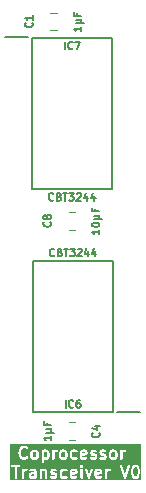
<source format=gto>
%TF.GenerationSoftware,KiCad,Pcbnew,9.0.2*%
%TF.CreationDate,2025-06-17T18:59:47+02:00*%
%TF.ProjectId,Coprocessor Transceiver,436f7072-6f63-4657-9373-6f7220547261,V0*%
%TF.SameCoordinates,Original*%
%TF.FileFunction,Legend,Top*%
%TF.FilePolarity,Positive*%
%FSLAX46Y46*%
G04 Gerber Fmt 4.6, Leading zero omitted, Abs format (unit mm)*
G04 Created by KiCad (PCBNEW 9.0.2) date 2025-06-17 18:59:47*
%MOMM*%
%LPD*%
G01*
G04 APERTURE LIST*
%ADD10C,0.200000*%
%ADD11C,0.150000*%
%ADD12C,0.120000*%
G04 APERTURE END LIST*
D10*
G36*
X4448618Y-38111796D02*
G01*
X4429773Y-38121219D01*
X4238892Y-38121219D01*
X4194582Y-38099064D01*
X4172428Y-38054754D01*
X4172428Y-38006730D01*
X4194583Y-37962420D01*
X4238892Y-37940266D01*
X4448618Y-37940266D01*
X4448618Y-38111796D01*
G37*
G36*
X7902654Y-37676707D02*
G01*
X7920104Y-37711607D01*
X7648619Y-37765904D01*
X7648619Y-37721016D01*
X7670774Y-37676706D01*
X7715083Y-37654552D01*
X7858345Y-37654552D01*
X7902654Y-37676707D01*
G37*
G36*
X9997892Y-37676707D02*
G01*
X10015342Y-37711607D01*
X9743857Y-37765904D01*
X9743857Y-37721016D01*
X9766012Y-37676706D01*
X9810321Y-37654552D01*
X9953583Y-37654552D01*
X9997892Y-37676707D01*
G37*
G36*
X13108431Y-37351024D02*
G01*
X13133100Y-37375692D01*
X13168553Y-37446599D01*
X13210524Y-37614480D01*
X13210524Y-37827956D01*
X13168553Y-37995837D01*
X13133100Y-38066743D01*
X13108431Y-38091413D01*
X13048822Y-38121219D01*
X13000798Y-38121219D01*
X12941188Y-38091414D01*
X12916521Y-38066746D01*
X12881066Y-37995837D01*
X12839096Y-37827956D01*
X12839096Y-37614481D01*
X12881066Y-37446599D01*
X12916520Y-37375692D01*
X12941188Y-37351023D01*
X13000798Y-37321219D01*
X13048822Y-37321219D01*
X13108431Y-37351024D01*
G37*
G36*
X5489382Y-36074413D02*
G01*
X5514051Y-36099081D01*
X5543856Y-36158691D01*
X5543856Y-36397191D01*
X5514051Y-36456799D01*
X5489382Y-36481469D01*
X5429773Y-36511275D01*
X5286511Y-36511275D01*
X5267666Y-36501852D01*
X5267666Y-36054030D01*
X5286511Y-36044608D01*
X5429773Y-36044608D01*
X5489382Y-36074413D01*
G37*
G36*
X4584620Y-36074413D02*
G01*
X4609289Y-36099081D01*
X4639094Y-36158691D01*
X4639094Y-36397191D01*
X4609289Y-36456799D01*
X4584620Y-36481469D01*
X4525011Y-36511275D01*
X4429368Y-36511275D01*
X4369758Y-36481470D01*
X4345091Y-36456802D01*
X4315285Y-36397190D01*
X4315285Y-36158691D01*
X4345090Y-36099081D01*
X4369758Y-36074412D01*
X4429368Y-36044608D01*
X4525011Y-36044608D01*
X4584620Y-36074413D01*
G37*
G36*
X7013192Y-36074413D02*
G01*
X7037861Y-36099081D01*
X7067666Y-36158691D01*
X7067666Y-36397191D01*
X7037861Y-36456799D01*
X7013192Y-36481469D01*
X6953583Y-36511275D01*
X6857940Y-36511275D01*
X6798330Y-36481470D01*
X6773663Y-36456802D01*
X6743857Y-36397190D01*
X6743857Y-36158691D01*
X6773662Y-36099081D01*
X6798330Y-36074412D01*
X6857940Y-36044608D01*
X6953583Y-36044608D01*
X7013192Y-36074413D01*
G37*
G36*
X8759797Y-36066763D02*
G01*
X8777247Y-36101663D01*
X8505762Y-36155960D01*
X8505762Y-36111072D01*
X8527917Y-36066762D01*
X8572226Y-36044608D01*
X8715488Y-36044608D01*
X8759797Y-36066763D01*
G37*
G36*
X11251288Y-36074413D02*
G01*
X11275957Y-36099081D01*
X11305762Y-36158691D01*
X11305762Y-36397191D01*
X11275957Y-36456799D01*
X11251288Y-36481469D01*
X11191679Y-36511275D01*
X11096036Y-36511275D01*
X11036426Y-36481470D01*
X11011759Y-36456802D01*
X10981953Y-36397190D01*
X10981953Y-36158691D01*
X11011758Y-36099081D01*
X11036426Y-36074412D01*
X11096036Y-36044608D01*
X11191679Y-36044608D01*
X11251288Y-36074413D01*
G37*
G36*
X13521635Y-38432330D02*
G01*
X2387047Y-38432330D01*
X2387047Y-37201710D01*
X2498158Y-37201710D01*
X2498158Y-37240728D01*
X2513090Y-37276776D01*
X2540680Y-37304366D01*
X2576728Y-37319298D01*
X2596237Y-37321219D01*
X2781951Y-37321219D01*
X2781951Y-38221219D01*
X2783872Y-38240728D01*
X2798804Y-38276776D01*
X2826394Y-38304366D01*
X2862442Y-38319298D01*
X2901460Y-38319298D01*
X2937508Y-38304366D01*
X2965098Y-38276776D01*
X2980030Y-38240728D01*
X2981951Y-38221219D01*
X2981951Y-37554552D01*
X3400999Y-37554552D01*
X3400999Y-38221219D01*
X3402920Y-38240728D01*
X3417852Y-38276776D01*
X3445442Y-38304366D01*
X3481490Y-38319298D01*
X3520508Y-38319298D01*
X3556556Y-38304366D01*
X3584146Y-38276776D01*
X3599078Y-38240728D01*
X3600999Y-38221219D01*
X3600999Y-37983123D01*
X3972428Y-37983123D01*
X3972428Y-38078361D01*
X3974349Y-38097870D01*
X3975724Y-38101190D01*
X3975979Y-38104773D01*
X3982985Y-38123082D01*
X4030604Y-38218321D01*
X4032657Y-38221584D01*
X4033171Y-38223123D01*
X4034833Y-38225039D01*
X4041047Y-38234911D01*
X4050518Y-38243125D01*
X4058735Y-38252600D01*
X4068605Y-38258812D01*
X4070523Y-38260476D01*
X4072063Y-38260989D01*
X4075326Y-38263043D01*
X4170563Y-38310662D01*
X4188872Y-38317668D01*
X4192455Y-38317922D01*
X4195776Y-38319298D01*
X4215285Y-38321219D01*
X4453380Y-38321219D01*
X4472889Y-38319298D01*
X4476209Y-38317922D01*
X4479793Y-38317668D01*
X4498101Y-38310662D01*
X4502704Y-38308360D01*
X4529109Y-38319298D01*
X4568127Y-38319298D01*
X4604175Y-38304366D01*
X4631765Y-38276776D01*
X4646697Y-38240728D01*
X4648618Y-38221219D01*
X4648618Y-37697409D01*
X4646697Y-37677900D01*
X4645321Y-37674579D01*
X4645067Y-37670996D01*
X4638061Y-37652687D01*
X4590442Y-37557450D01*
X4588617Y-37554552D01*
X4924809Y-37554552D01*
X4924809Y-38221219D01*
X4926730Y-38240728D01*
X4941662Y-38276776D01*
X4969252Y-38304366D01*
X5005300Y-38319298D01*
X5044318Y-38319298D01*
X5080366Y-38304366D01*
X5107956Y-38276776D01*
X5122888Y-38240728D01*
X5124809Y-38221219D01*
X5124809Y-37691211D01*
X5131663Y-37684356D01*
X5191273Y-37654552D01*
X5286916Y-37654552D01*
X5331225Y-37676707D01*
X5353380Y-37721016D01*
X5353380Y-38221219D01*
X5355301Y-38240728D01*
X5370233Y-38276776D01*
X5397823Y-38304366D01*
X5433871Y-38319298D01*
X5472889Y-38319298D01*
X5508937Y-38304366D01*
X5536527Y-38276776D01*
X5551459Y-38240728D01*
X5553380Y-38221219D01*
X5553380Y-37697409D01*
X5781952Y-37697409D01*
X5781952Y-37745028D01*
X5783873Y-37764537D01*
X5785248Y-37767857D01*
X5785503Y-37771441D01*
X5792509Y-37789749D01*
X5840128Y-37884987D01*
X5842181Y-37888250D01*
X5842695Y-37889789D01*
X5844357Y-37891705D01*
X5850571Y-37901577D01*
X5860041Y-37909790D01*
X5868259Y-37919266D01*
X5878132Y-37925480D01*
X5880048Y-37927142D01*
X5881586Y-37927654D01*
X5884850Y-37929709D01*
X5980087Y-37977328D01*
X5998396Y-37984334D01*
X6001979Y-37984588D01*
X6005300Y-37985964D01*
X6024809Y-37987885D01*
X6144059Y-37987885D01*
X6188368Y-38010040D01*
X6210523Y-38054349D01*
X6210523Y-38054754D01*
X6188368Y-38099063D01*
X6144059Y-38121219D01*
X6000797Y-38121219D01*
X5926673Y-38084157D01*
X5908365Y-38077151D01*
X5869445Y-38074385D01*
X5832429Y-38086724D01*
X5802952Y-38112288D01*
X5785503Y-38147187D01*
X5782737Y-38186107D01*
X5795076Y-38223123D01*
X5820640Y-38252600D01*
X5837231Y-38263043D01*
X5932468Y-38310662D01*
X5950777Y-38317668D01*
X5954360Y-38317922D01*
X5957681Y-38319298D01*
X5977190Y-38321219D01*
X6167666Y-38321219D01*
X6187175Y-38319298D01*
X6190495Y-38317922D01*
X6194079Y-38317668D01*
X6212387Y-38310662D01*
X6307625Y-38263043D01*
X6310887Y-38260989D01*
X6312427Y-38260476D01*
X6314343Y-38258813D01*
X6324215Y-38252600D01*
X6332430Y-38243126D01*
X6341904Y-38234911D01*
X6348117Y-38225039D01*
X6349780Y-38223123D01*
X6350292Y-38221584D01*
X6352347Y-38218321D01*
X6399966Y-38123082D01*
X6406972Y-38104774D01*
X6407226Y-38101190D01*
X6408602Y-38097870D01*
X6410523Y-38078361D01*
X6410523Y-38030742D01*
X6408602Y-38011233D01*
X6407226Y-38007912D01*
X6406972Y-38004329D01*
X6399966Y-37986020D01*
X6352347Y-37890783D01*
X6350292Y-37887519D01*
X6349780Y-37885981D01*
X6348118Y-37884065D01*
X6341904Y-37874192D01*
X6332428Y-37865974D01*
X6324215Y-37856504D01*
X6314343Y-37850290D01*
X6312427Y-37848628D01*
X6310888Y-37848114D01*
X6307625Y-37846061D01*
X6212387Y-37798442D01*
X6194079Y-37791436D01*
X6190495Y-37791181D01*
X6187175Y-37789806D01*
X6167666Y-37787885D01*
X6048416Y-37787885D01*
X6004107Y-37765730D01*
X5993756Y-37745028D01*
X6591476Y-37745028D01*
X6591476Y-38030742D01*
X6593397Y-38050251D01*
X6594772Y-38053571D01*
X6595027Y-38057155D01*
X6602033Y-38075463D01*
X6649652Y-38170701D01*
X6654935Y-38179093D01*
X6655947Y-38181537D01*
X6658203Y-38184286D01*
X6660095Y-38187291D01*
X6662089Y-38189020D01*
X6668384Y-38196690D01*
X6716002Y-38244310D01*
X6723670Y-38250603D01*
X6725402Y-38252600D01*
X6728410Y-38254493D01*
X6731156Y-38256747D01*
X6733596Y-38257757D01*
X6741993Y-38263043D01*
X6837230Y-38310662D01*
X6855539Y-38317668D01*
X6859122Y-38317922D01*
X6862443Y-38319298D01*
X6881952Y-38321219D01*
X7072428Y-38321219D01*
X7091937Y-38319298D01*
X7095257Y-38317922D01*
X7098841Y-38317668D01*
X7117149Y-38310662D01*
X7212387Y-38263043D01*
X7228977Y-38252600D01*
X7254542Y-38223123D01*
X7266880Y-38186107D01*
X7264115Y-38147187D01*
X7246666Y-38112289D01*
X7217189Y-38086724D01*
X7180173Y-38074385D01*
X7141253Y-38077151D01*
X7122944Y-38084157D01*
X7048821Y-38121219D01*
X6905559Y-38121219D01*
X6845949Y-38091414D01*
X6821282Y-38066746D01*
X6791476Y-38007134D01*
X6791476Y-37768635D01*
X6821281Y-37709025D01*
X6845949Y-37684356D01*
X6905559Y-37654552D01*
X7048821Y-37654552D01*
X7122944Y-37691614D01*
X7141253Y-37698620D01*
X7180173Y-37701386D01*
X7192104Y-37697409D01*
X7448619Y-37697409D01*
X7448619Y-38078361D01*
X7450540Y-38097870D01*
X7451915Y-38101190D01*
X7452170Y-38104773D01*
X7459176Y-38123082D01*
X7506795Y-38218321D01*
X7508848Y-38221584D01*
X7509362Y-38223123D01*
X7511024Y-38225039D01*
X7517238Y-38234911D01*
X7526709Y-38243125D01*
X7534926Y-38252600D01*
X7544796Y-38258812D01*
X7546714Y-38260476D01*
X7548254Y-38260989D01*
X7551517Y-38263043D01*
X7646754Y-38310662D01*
X7665063Y-38317668D01*
X7668646Y-38317922D01*
X7671967Y-38319298D01*
X7691476Y-38321219D01*
X7881952Y-38321219D01*
X7901461Y-38319298D01*
X7904781Y-38317922D01*
X7908365Y-38317668D01*
X7926673Y-38310662D01*
X8021911Y-38263043D01*
X8038501Y-38252600D01*
X8064066Y-38223123D01*
X8076404Y-38186107D01*
X8073639Y-38147187D01*
X8056190Y-38112289D01*
X8026713Y-38086724D01*
X7989697Y-38074385D01*
X7950777Y-38077151D01*
X7932468Y-38084157D01*
X7858345Y-38121219D01*
X7715083Y-38121219D01*
X7670773Y-38099064D01*
X7648619Y-38054754D01*
X7648619Y-37969865D01*
X8044315Y-37890726D01*
X8044318Y-37890726D01*
X8044320Y-37890724D01*
X8044420Y-37890705D01*
X8063174Y-37884995D01*
X8071314Y-37879543D01*
X8080366Y-37875794D01*
X8087367Y-37868792D01*
X8095593Y-37863284D01*
X8101027Y-37855132D01*
X8107956Y-37848204D01*
X8111746Y-37839055D01*
X8117237Y-37830819D01*
X8119138Y-37821208D01*
X8122888Y-37812156D01*
X8124809Y-37792647D01*
X8124809Y-37697409D01*
X8122888Y-37677900D01*
X8121512Y-37674579D01*
X8121258Y-37670996D01*
X8114252Y-37652687D01*
X8066633Y-37557450D01*
X8064808Y-37554552D01*
X8353381Y-37554552D01*
X8353381Y-38221219D01*
X8355302Y-38240728D01*
X8370234Y-38276776D01*
X8397824Y-38304366D01*
X8433872Y-38319298D01*
X8472890Y-38319298D01*
X8508938Y-38304366D01*
X8536528Y-38276776D01*
X8551460Y-38240728D01*
X8553381Y-38221219D01*
X8553381Y-37569167D01*
X8735406Y-37569167D01*
X8740159Y-37588186D01*
X8978254Y-38254852D01*
X8986624Y-38272579D01*
X8989994Y-38276301D01*
X8992142Y-38280836D01*
X9002993Y-38290659D01*
X9012811Y-38301504D01*
X9017343Y-38303651D01*
X9021068Y-38307023D01*
X9034858Y-38311947D01*
X9048073Y-38318208D01*
X9053083Y-38318457D01*
X9057813Y-38320146D01*
X9072434Y-38319418D01*
X9087043Y-38320145D01*
X9091768Y-38318457D01*
X9096783Y-38318208D01*
X9110009Y-38311942D01*
X9123788Y-38307022D01*
X9127508Y-38303653D01*
X9132045Y-38301505D01*
X9141867Y-38290654D01*
X9152714Y-38280836D01*
X9154861Y-38276301D01*
X9158232Y-38272579D01*
X9166602Y-38254853D01*
X9365689Y-37697409D01*
X9543857Y-37697409D01*
X9543857Y-38078361D01*
X9545778Y-38097870D01*
X9547153Y-38101190D01*
X9547408Y-38104773D01*
X9554414Y-38123082D01*
X9602033Y-38218321D01*
X9604086Y-38221584D01*
X9604600Y-38223123D01*
X9606262Y-38225039D01*
X9612476Y-38234911D01*
X9621947Y-38243125D01*
X9630164Y-38252600D01*
X9640034Y-38258812D01*
X9641952Y-38260476D01*
X9643492Y-38260989D01*
X9646755Y-38263043D01*
X9741992Y-38310662D01*
X9760301Y-38317668D01*
X9763884Y-38317922D01*
X9767205Y-38319298D01*
X9786714Y-38321219D01*
X9977190Y-38321219D01*
X9996699Y-38319298D01*
X10000019Y-38317922D01*
X10003603Y-38317668D01*
X10021911Y-38310662D01*
X10117149Y-38263043D01*
X10133739Y-38252600D01*
X10159304Y-38223123D01*
X10171642Y-38186107D01*
X10168877Y-38147187D01*
X10151428Y-38112289D01*
X10121951Y-38086724D01*
X10084935Y-38074385D01*
X10046015Y-38077151D01*
X10027706Y-38084157D01*
X9953583Y-38121219D01*
X9810321Y-38121219D01*
X9766011Y-38099064D01*
X9743857Y-38054754D01*
X9743857Y-37969865D01*
X10139553Y-37890726D01*
X10139556Y-37890726D01*
X10139558Y-37890724D01*
X10139658Y-37890705D01*
X10158412Y-37884995D01*
X10166552Y-37879543D01*
X10175604Y-37875794D01*
X10182605Y-37868792D01*
X10190831Y-37863284D01*
X10196265Y-37855132D01*
X10203194Y-37848204D01*
X10206984Y-37839055D01*
X10212475Y-37830819D01*
X10214376Y-37821208D01*
X10218126Y-37812156D01*
X10220047Y-37792647D01*
X10220047Y-37697409D01*
X10218126Y-37677900D01*
X10216750Y-37674579D01*
X10216496Y-37670996D01*
X10209490Y-37652687D01*
X10161871Y-37557450D01*
X10160046Y-37554552D01*
X10448619Y-37554552D01*
X10448619Y-38221219D01*
X10450540Y-38240728D01*
X10465472Y-38276776D01*
X10493062Y-38304366D01*
X10529110Y-38319298D01*
X10568128Y-38319298D01*
X10604176Y-38304366D01*
X10631766Y-38276776D01*
X10646698Y-38240728D01*
X10648619Y-38221219D01*
X10648619Y-37768635D01*
X10678424Y-37709025D01*
X10703092Y-37684356D01*
X10762702Y-37654552D01*
X10834333Y-37654552D01*
X10853842Y-37652631D01*
X10889890Y-37637699D01*
X10917480Y-37610109D01*
X10932412Y-37574061D01*
X10932412Y-37535043D01*
X10917480Y-37498995D01*
X10889890Y-37471405D01*
X10853842Y-37456473D01*
X10834333Y-37454552D01*
X10739095Y-37454552D01*
X10719586Y-37456473D01*
X10716265Y-37457848D01*
X10712682Y-37458103D01*
X10694373Y-37465109D01*
X10630044Y-37497273D01*
X10604176Y-37471405D01*
X10568128Y-37456473D01*
X10529110Y-37456473D01*
X10493062Y-37471405D01*
X10465472Y-37498995D01*
X10450540Y-37535043D01*
X10448619Y-37554552D01*
X10160046Y-37554552D01*
X10159816Y-37554186D01*
X10159304Y-37552648D01*
X10157642Y-37550732D01*
X10151428Y-37540859D01*
X10141952Y-37532641D01*
X10133739Y-37523171D01*
X10123867Y-37516957D01*
X10121951Y-37515295D01*
X10120412Y-37514781D01*
X10117149Y-37512728D01*
X10021911Y-37465109D01*
X10003603Y-37458103D01*
X10000019Y-37457848D01*
X9996699Y-37456473D01*
X9977190Y-37454552D01*
X9786714Y-37454552D01*
X9767205Y-37456473D01*
X9763884Y-37457848D01*
X9760301Y-37458103D01*
X9741992Y-37465109D01*
X9646755Y-37512728D01*
X9643491Y-37514782D01*
X9641953Y-37515295D01*
X9640037Y-37516956D01*
X9630164Y-37523171D01*
X9621946Y-37532646D01*
X9612476Y-37540860D01*
X9606262Y-37550731D01*
X9604600Y-37552648D01*
X9604086Y-37554186D01*
X9602033Y-37557450D01*
X9554414Y-37652688D01*
X9547408Y-37670996D01*
X9547153Y-37674579D01*
X9545778Y-37677900D01*
X9543857Y-37697409D01*
X9365689Y-37697409D01*
X9404697Y-37588186D01*
X9409450Y-37569167D01*
X9407512Y-37530197D01*
X9390809Y-37494935D01*
X9361883Y-37468749D01*
X9325138Y-37455626D01*
X9286168Y-37457563D01*
X9250906Y-37474267D01*
X9224719Y-37503192D01*
X9216349Y-37520919D01*
X9072428Y-37923897D01*
X8928507Y-37520918D01*
X8920137Y-37503192D01*
X8893950Y-37474266D01*
X8858688Y-37457563D01*
X8819718Y-37455625D01*
X8782973Y-37468748D01*
X8754047Y-37494935D01*
X8737344Y-37530197D01*
X8735406Y-37569167D01*
X8553381Y-37569167D01*
X8553381Y-37554552D01*
X8551460Y-37535043D01*
X8536528Y-37498995D01*
X8508938Y-37471405D01*
X8472890Y-37456473D01*
X8433872Y-37456473D01*
X8397824Y-37471405D01*
X8370234Y-37498995D01*
X8355302Y-37535043D01*
X8353381Y-37554552D01*
X8064808Y-37554552D01*
X8064578Y-37554186D01*
X8064066Y-37552648D01*
X8062404Y-37550732D01*
X8056190Y-37540859D01*
X8046714Y-37532641D01*
X8038501Y-37523171D01*
X8028629Y-37516957D01*
X8026713Y-37515295D01*
X8025174Y-37514781D01*
X8021911Y-37512728D01*
X7926673Y-37465109D01*
X7908365Y-37458103D01*
X7904781Y-37457848D01*
X7901461Y-37456473D01*
X7881952Y-37454552D01*
X7691476Y-37454552D01*
X7671967Y-37456473D01*
X7668646Y-37457848D01*
X7665063Y-37458103D01*
X7646754Y-37465109D01*
X7551517Y-37512728D01*
X7548253Y-37514782D01*
X7546715Y-37515295D01*
X7544799Y-37516956D01*
X7534926Y-37523171D01*
X7526708Y-37532646D01*
X7517238Y-37540860D01*
X7511024Y-37550731D01*
X7509362Y-37552648D01*
X7508848Y-37554186D01*
X7506795Y-37557450D01*
X7459176Y-37652688D01*
X7452170Y-37670996D01*
X7451915Y-37674579D01*
X7450540Y-37677900D01*
X7448619Y-37697409D01*
X7192104Y-37697409D01*
X7217189Y-37689047D01*
X7246666Y-37663482D01*
X7264115Y-37628584D01*
X7266880Y-37589664D01*
X7254542Y-37552648D01*
X7228977Y-37523171D01*
X7212387Y-37512728D01*
X7117149Y-37465109D01*
X7098841Y-37458103D01*
X7095257Y-37457848D01*
X7091937Y-37456473D01*
X7072428Y-37454552D01*
X6881952Y-37454552D01*
X6862443Y-37456473D01*
X6859122Y-37457848D01*
X6855539Y-37458103D01*
X6837230Y-37465109D01*
X6741993Y-37512728D01*
X6733596Y-37518013D01*
X6731156Y-37519024D01*
X6728410Y-37521277D01*
X6725402Y-37523171D01*
X6723669Y-37525168D01*
X6716003Y-37531461D01*
X6668384Y-37579079D01*
X6662089Y-37586749D01*
X6660095Y-37588479D01*
X6658201Y-37591486D01*
X6655948Y-37594233D01*
X6654937Y-37596672D01*
X6649652Y-37605069D01*
X6602033Y-37700307D01*
X6595027Y-37718615D01*
X6594772Y-37722198D01*
X6593397Y-37725519D01*
X6591476Y-37745028D01*
X5993756Y-37745028D01*
X5981952Y-37721420D01*
X5981952Y-37721016D01*
X6004107Y-37676706D01*
X6048416Y-37654552D01*
X6144059Y-37654552D01*
X6218182Y-37691614D01*
X6236491Y-37698620D01*
X6275411Y-37701386D01*
X6312427Y-37689047D01*
X6341904Y-37663482D01*
X6359353Y-37628584D01*
X6362118Y-37589664D01*
X6349780Y-37552648D01*
X6324215Y-37523171D01*
X6307625Y-37512728D01*
X6212387Y-37465109D01*
X6194079Y-37458103D01*
X6190495Y-37457848D01*
X6187175Y-37456473D01*
X6167666Y-37454552D01*
X6024809Y-37454552D01*
X6005300Y-37456473D01*
X6001979Y-37457848D01*
X5998396Y-37458103D01*
X5980087Y-37465109D01*
X5884850Y-37512728D01*
X5881586Y-37514782D01*
X5880048Y-37515295D01*
X5878132Y-37516956D01*
X5868259Y-37523171D01*
X5860041Y-37532646D01*
X5850571Y-37540860D01*
X5844357Y-37550731D01*
X5842695Y-37552648D01*
X5842181Y-37554186D01*
X5840128Y-37557450D01*
X5792509Y-37652688D01*
X5785503Y-37670996D01*
X5785248Y-37674579D01*
X5783873Y-37677900D01*
X5781952Y-37697409D01*
X5553380Y-37697409D01*
X5551459Y-37677900D01*
X5550083Y-37674579D01*
X5549829Y-37670996D01*
X5542823Y-37652687D01*
X5495204Y-37557450D01*
X5493149Y-37554186D01*
X5492637Y-37552648D01*
X5490975Y-37550732D01*
X5484761Y-37540859D01*
X5475285Y-37532641D01*
X5467072Y-37523171D01*
X5457200Y-37516957D01*
X5455284Y-37515295D01*
X5453745Y-37514781D01*
X5450482Y-37512728D01*
X5355244Y-37465109D01*
X5336936Y-37458103D01*
X5333352Y-37457848D01*
X5330032Y-37456473D01*
X5310523Y-37454552D01*
X5167666Y-37454552D01*
X5148157Y-37456473D01*
X5144836Y-37457848D01*
X5141253Y-37458103D01*
X5122944Y-37465109D01*
X5090361Y-37481400D01*
X5080366Y-37471405D01*
X5044318Y-37456473D01*
X5005300Y-37456473D01*
X4969252Y-37471405D01*
X4941662Y-37498995D01*
X4926730Y-37535043D01*
X4924809Y-37554552D01*
X4588617Y-37554552D01*
X4588387Y-37554186D01*
X4587875Y-37552648D01*
X4586213Y-37550732D01*
X4579999Y-37540859D01*
X4570523Y-37532641D01*
X4562310Y-37523171D01*
X4552438Y-37516957D01*
X4550522Y-37515295D01*
X4548983Y-37514781D01*
X4545720Y-37512728D01*
X4450482Y-37465109D01*
X4432174Y-37458103D01*
X4428590Y-37457848D01*
X4425270Y-37456473D01*
X4405761Y-37454552D01*
X4215285Y-37454552D01*
X4195776Y-37456473D01*
X4192455Y-37457848D01*
X4188872Y-37458103D01*
X4170563Y-37465109D01*
X4075326Y-37512728D01*
X4058735Y-37523171D01*
X4033171Y-37552648D01*
X4020832Y-37589664D01*
X4023598Y-37628584D01*
X4041047Y-37663483D01*
X4070524Y-37689047D01*
X4107540Y-37701386D01*
X4146460Y-37698620D01*
X4164768Y-37691614D01*
X4238892Y-37654552D01*
X4382154Y-37654552D01*
X4426463Y-37676707D01*
X4448618Y-37721016D01*
X4448618Y-37730843D01*
X4429773Y-37740266D01*
X4215285Y-37740266D01*
X4195776Y-37742187D01*
X4192455Y-37743562D01*
X4188872Y-37743817D01*
X4170563Y-37750823D01*
X4075326Y-37798442D01*
X4072062Y-37800496D01*
X4070524Y-37801009D01*
X4068608Y-37802670D01*
X4058735Y-37808885D01*
X4050517Y-37818360D01*
X4041047Y-37826574D01*
X4034833Y-37836445D01*
X4033171Y-37838362D01*
X4032657Y-37839900D01*
X4030604Y-37843164D01*
X3982985Y-37938402D01*
X3975979Y-37956710D01*
X3975724Y-37960293D01*
X3974349Y-37963614D01*
X3972428Y-37983123D01*
X3600999Y-37983123D01*
X3600999Y-37768635D01*
X3630804Y-37709025D01*
X3655472Y-37684356D01*
X3715082Y-37654552D01*
X3786713Y-37654552D01*
X3806222Y-37652631D01*
X3842270Y-37637699D01*
X3869860Y-37610109D01*
X3884792Y-37574061D01*
X3884792Y-37535043D01*
X3869860Y-37498995D01*
X3842270Y-37471405D01*
X3806222Y-37456473D01*
X3786713Y-37454552D01*
X3691475Y-37454552D01*
X3671966Y-37456473D01*
X3668645Y-37457848D01*
X3665062Y-37458103D01*
X3646753Y-37465109D01*
X3582424Y-37497273D01*
X3556556Y-37471405D01*
X3520508Y-37456473D01*
X3481490Y-37456473D01*
X3445442Y-37471405D01*
X3417852Y-37498995D01*
X3402920Y-37535043D01*
X3400999Y-37554552D01*
X2981951Y-37554552D01*
X2981951Y-37321219D01*
X3167665Y-37321219D01*
X3187174Y-37319298D01*
X3223222Y-37304366D01*
X3250812Y-37276776D01*
X3262181Y-37249329D01*
X8307683Y-37249329D01*
X8307683Y-37288347D01*
X8322615Y-37324395D01*
X8335051Y-37339549D01*
X8382670Y-37387167D01*
X8397823Y-37399604D01*
X8408381Y-37403977D01*
X8433872Y-37414536D01*
X8472890Y-37414536D01*
X8508938Y-37399604D01*
X8524092Y-37387168D01*
X8571710Y-37339549D01*
X8584147Y-37324396D01*
X8599078Y-37288347D01*
X8599078Y-37249329D01*
X8597594Y-37245746D01*
X8592615Y-37233726D01*
X11687500Y-37233726D01*
X11691847Y-37252842D01*
X12025180Y-38252841D01*
X12033171Y-38270742D01*
X12037854Y-38276141D01*
X12041049Y-38282531D01*
X12050520Y-38290746D01*
X12058736Y-38300218D01*
X12065124Y-38303412D01*
X12070525Y-38308096D01*
X12082426Y-38312063D01*
X12093635Y-38317667D01*
X12100759Y-38318173D01*
X12107541Y-38320434D01*
X12120050Y-38319544D01*
X12132555Y-38320434D01*
X12139333Y-38318174D01*
X12146461Y-38317668D01*
X12157677Y-38312059D01*
X12169571Y-38308095D01*
X12174968Y-38303414D01*
X12181360Y-38300218D01*
X12189578Y-38290742D01*
X12199047Y-38282530D01*
X12202240Y-38276143D01*
X12206925Y-38270742D01*
X12214916Y-38252842D01*
X12431806Y-37602171D01*
X12639096Y-37602171D01*
X12639096Y-37840266D01*
X12639431Y-37843668D01*
X12639214Y-37845127D01*
X12640293Y-37852424D01*
X12641017Y-37859775D01*
X12641581Y-37861138D01*
X12642082Y-37864520D01*
X12689701Y-38054995D01*
X12690214Y-38056432D01*
X12690266Y-38057155D01*
X12693374Y-38065279D01*
X12696296Y-38073456D01*
X12696726Y-38074036D01*
X12697272Y-38075463D01*
X12744891Y-38170701D01*
X12750174Y-38179093D01*
X12751186Y-38181537D01*
X12753442Y-38184286D01*
X12755334Y-38187291D01*
X12757328Y-38189020D01*
X12763623Y-38196690D01*
X12811241Y-38244310D01*
X12818909Y-38250603D01*
X12820641Y-38252600D01*
X12823649Y-38254493D01*
X12826395Y-38256747D01*
X12828835Y-38257757D01*
X12837232Y-38263043D01*
X12932469Y-38310662D01*
X12950778Y-38317668D01*
X12954361Y-38317922D01*
X12957682Y-38319298D01*
X12977191Y-38321219D01*
X13072429Y-38321219D01*
X13091938Y-38319298D01*
X13095258Y-38317922D01*
X13098842Y-38317668D01*
X13117150Y-38310662D01*
X13212388Y-38263043D01*
X13220783Y-38257758D01*
X13223225Y-38256747D01*
X13225972Y-38254491D01*
X13228978Y-38252600D01*
X13230708Y-38250605D01*
X13238378Y-38244310D01*
X13285997Y-38196690D01*
X13292289Y-38189023D01*
X13294286Y-38187292D01*
X13296179Y-38184284D01*
X13298434Y-38181537D01*
X13299445Y-38179095D01*
X13304729Y-38170701D01*
X13352348Y-38075464D01*
X13352894Y-38074035D01*
X13353324Y-38073456D01*
X13356245Y-38065279D01*
X13359354Y-38057155D01*
X13359405Y-38056434D01*
X13359919Y-38054996D01*
X13407538Y-37864520D01*
X13408038Y-37861138D01*
X13408603Y-37859775D01*
X13409326Y-37852424D01*
X13410406Y-37845127D01*
X13410188Y-37843668D01*
X13410524Y-37840266D01*
X13410524Y-37602171D01*
X13410188Y-37598768D01*
X13410406Y-37597310D01*
X13409326Y-37590012D01*
X13408603Y-37582662D01*
X13408038Y-37581298D01*
X13407538Y-37577917D01*
X13359919Y-37387441D01*
X13359405Y-37386002D01*
X13359354Y-37385282D01*
X13356245Y-37377157D01*
X13353324Y-37368981D01*
X13352894Y-37368401D01*
X13352348Y-37366973D01*
X13304729Y-37271736D01*
X13299443Y-37263339D01*
X13298433Y-37260899D01*
X13296179Y-37258153D01*
X13294286Y-37255145D01*
X13292288Y-37253412D01*
X13285996Y-37245746D01*
X13238378Y-37198127D01*
X13230707Y-37191832D01*
X13228978Y-37189838D01*
X13225970Y-37187944D01*
X13223224Y-37185691D01*
X13220784Y-37184680D01*
X13212388Y-37179395D01*
X13117150Y-37131776D01*
X13098842Y-37124770D01*
X13095258Y-37124515D01*
X13091938Y-37123140D01*
X13072429Y-37121219D01*
X12977191Y-37121219D01*
X12957682Y-37123140D01*
X12954361Y-37124515D01*
X12950778Y-37124770D01*
X12932469Y-37131776D01*
X12837232Y-37179395D01*
X12828835Y-37184680D01*
X12826395Y-37185691D01*
X12823649Y-37187944D01*
X12820641Y-37189838D01*
X12818908Y-37191835D01*
X12811242Y-37198128D01*
X12763623Y-37245746D01*
X12757328Y-37253416D01*
X12755334Y-37255146D01*
X12753440Y-37258153D01*
X12751187Y-37260900D01*
X12750176Y-37263339D01*
X12744891Y-37271736D01*
X12697272Y-37366974D01*
X12696726Y-37368400D01*
X12696296Y-37368981D01*
X12693374Y-37377157D01*
X12690266Y-37385282D01*
X12690214Y-37386004D01*
X12689701Y-37387442D01*
X12642082Y-37577917D01*
X12641581Y-37581298D01*
X12641017Y-37582662D01*
X12640293Y-37590012D01*
X12639214Y-37597310D01*
X12639431Y-37598768D01*
X12639096Y-37602171D01*
X12431806Y-37602171D01*
X12548249Y-37252842D01*
X12552596Y-37233727D01*
X12549830Y-37194807D01*
X12532380Y-37159908D01*
X12502904Y-37134343D01*
X12465888Y-37122004D01*
X12426968Y-37124771D01*
X12392069Y-37142220D01*
X12366504Y-37171696D01*
X12358513Y-37189597D01*
X12120048Y-37904991D01*
X11881583Y-37189596D01*
X11873592Y-37171696D01*
X11848027Y-37142220D01*
X11813128Y-37124770D01*
X11774208Y-37122004D01*
X11737192Y-37134342D01*
X11707716Y-37159907D01*
X11690266Y-37194806D01*
X11687500Y-37233726D01*
X8592615Y-37233726D01*
X8584147Y-37213280D01*
X8571710Y-37198127D01*
X8524092Y-37150508D01*
X8508938Y-37138072D01*
X8472890Y-37123140D01*
X8433872Y-37123140D01*
X8408381Y-37133698D01*
X8397823Y-37138072D01*
X8382670Y-37150509D01*
X8335051Y-37198127D01*
X8322616Y-37213280D01*
X8322615Y-37213281D01*
X8307683Y-37249329D01*
X3262181Y-37249329D01*
X3265744Y-37240728D01*
X3265744Y-37201710D01*
X3250812Y-37165662D01*
X3223222Y-37138072D01*
X3187174Y-37123140D01*
X3167665Y-37121219D01*
X2596237Y-37121219D01*
X2576728Y-37123140D01*
X2540680Y-37138072D01*
X2513090Y-37165662D01*
X2498158Y-37201710D01*
X2387047Y-37201710D01*
X2387047Y-36039846D01*
X3115285Y-36039846D01*
X3115285Y-36182703D01*
X3115620Y-36186105D01*
X3115403Y-36187564D01*
X3116482Y-36194861D01*
X3117206Y-36202212D01*
X3117770Y-36203575D01*
X3118271Y-36206957D01*
X3165890Y-36397432D01*
X3166403Y-36398869D01*
X3166455Y-36399592D01*
X3169563Y-36407716D01*
X3172485Y-36415893D01*
X3172915Y-36416473D01*
X3173461Y-36417900D01*
X3221080Y-36513138D01*
X3226362Y-36521530D01*
X3227375Y-36523974D01*
X3229631Y-36526723D01*
X3231523Y-36529728D01*
X3233517Y-36531457D01*
X3239812Y-36539127D01*
X3335050Y-36634367D01*
X3350203Y-36646803D01*
X3353522Y-36648178D01*
X3356238Y-36650533D01*
X3374138Y-36658524D01*
X3516995Y-36706143D01*
X3526667Y-36708342D01*
X3529109Y-36709354D01*
X3532646Y-36709702D01*
X3536110Y-36710490D01*
X3538744Y-36710302D01*
X3548618Y-36711275D01*
X3643856Y-36711275D01*
X3653729Y-36710302D01*
X3656363Y-36710490D01*
X3659826Y-36709702D01*
X3663365Y-36709354D01*
X3665807Y-36708342D01*
X3675479Y-36706143D01*
X3818335Y-36658524D01*
X3836236Y-36650533D01*
X3838951Y-36648178D01*
X3842271Y-36646803D01*
X3857424Y-36634366D01*
X3905043Y-36586746D01*
X3917480Y-36571593D01*
X3932411Y-36535544D01*
X3932410Y-36496526D01*
X3917479Y-36460478D01*
X3889888Y-36432888D01*
X3853840Y-36417957D01*
X3814822Y-36417958D01*
X3778774Y-36432889D01*
X3763620Y-36445326D01*
X3732693Y-36476253D01*
X3627629Y-36511275D01*
X3564844Y-36511275D01*
X3459779Y-36476253D01*
X3392709Y-36409183D01*
X3357255Y-36338274D01*
X3315285Y-36170393D01*
X3315285Y-36135084D01*
X4115285Y-36135084D01*
X4115285Y-36420798D01*
X4117206Y-36440307D01*
X4118581Y-36443627D01*
X4118836Y-36447211D01*
X4125842Y-36465519D01*
X4173461Y-36560757D01*
X4178744Y-36569149D01*
X4179756Y-36571593D01*
X4182012Y-36574342D01*
X4183904Y-36577347D01*
X4185898Y-36579076D01*
X4192193Y-36586746D01*
X4239811Y-36634366D01*
X4247479Y-36640659D01*
X4249211Y-36642656D01*
X4252219Y-36644549D01*
X4254965Y-36646803D01*
X4257405Y-36647813D01*
X4265802Y-36653099D01*
X4361039Y-36700718D01*
X4379348Y-36707724D01*
X4382931Y-36707978D01*
X4386252Y-36709354D01*
X4405761Y-36711275D01*
X4548618Y-36711275D01*
X4568127Y-36709354D01*
X4571447Y-36707978D01*
X4575031Y-36707724D01*
X4593339Y-36700718D01*
X4688577Y-36653099D01*
X4696972Y-36647814D01*
X4699414Y-36646803D01*
X4702161Y-36644547D01*
X4705167Y-36642656D01*
X4706897Y-36640661D01*
X4714567Y-36634366D01*
X4762186Y-36586746D01*
X4768478Y-36579079D01*
X4770475Y-36577348D01*
X4772368Y-36574340D01*
X4774623Y-36571593D01*
X4775634Y-36569151D01*
X4780918Y-36560757D01*
X4828537Y-36465520D01*
X4835543Y-36447211D01*
X4835797Y-36443627D01*
X4837173Y-36440307D01*
X4839094Y-36420798D01*
X4839094Y-36135084D01*
X4837173Y-36115575D01*
X4835797Y-36112254D01*
X4835543Y-36108671D01*
X4828537Y-36090362D01*
X4780918Y-35995125D01*
X4775632Y-35986728D01*
X4774622Y-35984288D01*
X4772368Y-35981542D01*
X4770475Y-35978534D01*
X4768477Y-35976801D01*
X4762185Y-35969135D01*
X4737659Y-35944608D01*
X5067666Y-35944608D01*
X5067666Y-36944608D01*
X5069587Y-36964117D01*
X5084519Y-37000165D01*
X5112109Y-37027755D01*
X5148157Y-37042687D01*
X5187175Y-37042687D01*
X5223223Y-37027755D01*
X5250813Y-37000165D01*
X5265745Y-36964117D01*
X5267666Y-36944608D01*
X5267666Y-36711275D01*
X5453380Y-36711275D01*
X5472889Y-36709354D01*
X5476209Y-36707978D01*
X5479793Y-36707724D01*
X5498101Y-36700718D01*
X5593339Y-36653099D01*
X5601734Y-36647814D01*
X5604176Y-36646803D01*
X5606923Y-36644547D01*
X5609929Y-36642656D01*
X5611659Y-36640661D01*
X5619329Y-36634366D01*
X5666948Y-36586746D01*
X5673240Y-36579079D01*
X5675237Y-36577348D01*
X5677130Y-36574340D01*
X5679385Y-36571593D01*
X5680396Y-36569151D01*
X5685680Y-36560757D01*
X5733299Y-36465520D01*
X5740305Y-36447211D01*
X5740559Y-36443627D01*
X5741935Y-36440307D01*
X5743856Y-36420798D01*
X5743856Y-36135084D01*
X5741935Y-36115575D01*
X5740559Y-36112254D01*
X5740305Y-36108671D01*
X5733299Y-36090362D01*
X5685680Y-35995125D01*
X5680394Y-35986728D01*
X5679384Y-35984288D01*
X5677130Y-35981542D01*
X5675237Y-35978534D01*
X5673239Y-35976801D01*
X5666947Y-35969135D01*
X5642421Y-35944608D01*
X5972428Y-35944608D01*
X5972428Y-36611275D01*
X5974349Y-36630784D01*
X5989281Y-36666832D01*
X6016871Y-36694422D01*
X6052919Y-36709354D01*
X6091937Y-36709354D01*
X6127985Y-36694422D01*
X6155575Y-36666832D01*
X6170507Y-36630784D01*
X6172428Y-36611275D01*
X6172428Y-36158691D01*
X6184232Y-36135084D01*
X6543857Y-36135084D01*
X6543857Y-36420798D01*
X6545778Y-36440307D01*
X6547153Y-36443627D01*
X6547408Y-36447211D01*
X6554414Y-36465519D01*
X6602033Y-36560757D01*
X6607316Y-36569149D01*
X6608328Y-36571593D01*
X6610584Y-36574342D01*
X6612476Y-36577347D01*
X6614470Y-36579076D01*
X6620765Y-36586746D01*
X6668383Y-36634366D01*
X6676051Y-36640659D01*
X6677783Y-36642656D01*
X6680791Y-36644549D01*
X6683537Y-36646803D01*
X6685977Y-36647813D01*
X6694374Y-36653099D01*
X6789611Y-36700718D01*
X6807920Y-36707724D01*
X6811503Y-36707978D01*
X6814824Y-36709354D01*
X6834333Y-36711275D01*
X6977190Y-36711275D01*
X6996699Y-36709354D01*
X7000019Y-36707978D01*
X7003603Y-36707724D01*
X7021911Y-36700718D01*
X7117149Y-36653099D01*
X7125544Y-36647814D01*
X7127986Y-36646803D01*
X7130733Y-36644547D01*
X7133739Y-36642656D01*
X7135469Y-36640661D01*
X7143139Y-36634366D01*
X7190758Y-36586746D01*
X7197050Y-36579079D01*
X7199047Y-36577348D01*
X7200940Y-36574340D01*
X7203195Y-36571593D01*
X7204206Y-36569151D01*
X7209490Y-36560757D01*
X7257109Y-36465520D01*
X7264115Y-36447211D01*
X7264369Y-36443627D01*
X7265745Y-36440307D01*
X7267666Y-36420798D01*
X7267666Y-36135084D01*
X7448619Y-36135084D01*
X7448619Y-36420798D01*
X7450540Y-36440307D01*
X7451915Y-36443627D01*
X7452170Y-36447211D01*
X7459176Y-36465519D01*
X7506795Y-36560757D01*
X7512078Y-36569149D01*
X7513090Y-36571593D01*
X7515346Y-36574342D01*
X7517238Y-36577347D01*
X7519232Y-36579076D01*
X7525527Y-36586746D01*
X7573145Y-36634366D01*
X7580813Y-36640659D01*
X7582545Y-36642656D01*
X7585553Y-36644549D01*
X7588299Y-36646803D01*
X7590739Y-36647813D01*
X7599136Y-36653099D01*
X7694373Y-36700718D01*
X7712682Y-36707724D01*
X7716265Y-36707978D01*
X7719586Y-36709354D01*
X7739095Y-36711275D01*
X7929571Y-36711275D01*
X7949080Y-36709354D01*
X7952400Y-36707978D01*
X7955984Y-36707724D01*
X7974292Y-36700718D01*
X8069530Y-36653099D01*
X8086120Y-36642656D01*
X8111685Y-36613179D01*
X8124023Y-36576163D01*
X8121258Y-36537243D01*
X8103809Y-36502345D01*
X8074332Y-36476780D01*
X8037316Y-36464441D01*
X7998396Y-36467207D01*
X7980087Y-36474213D01*
X7905964Y-36511275D01*
X7762702Y-36511275D01*
X7703092Y-36481470D01*
X7678425Y-36456802D01*
X7648619Y-36397190D01*
X7648619Y-36158691D01*
X7678424Y-36099081D01*
X7703092Y-36074412D01*
X7762702Y-36044608D01*
X7905964Y-36044608D01*
X7980087Y-36081670D01*
X7998396Y-36088676D01*
X8037316Y-36091442D01*
X8049247Y-36087465D01*
X8305762Y-36087465D01*
X8305762Y-36468417D01*
X8307683Y-36487926D01*
X8309058Y-36491246D01*
X8309313Y-36494829D01*
X8316319Y-36513138D01*
X8363938Y-36608377D01*
X8365991Y-36611640D01*
X8366505Y-36613179D01*
X8368167Y-36615095D01*
X8374381Y-36624967D01*
X8383852Y-36633181D01*
X8392069Y-36642656D01*
X8401939Y-36648868D01*
X8403857Y-36650532D01*
X8405397Y-36651045D01*
X8408660Y-36653099D01*
X8503897Y-36700718D01*
X8522206Y-36707724D01*
X8525789Y-36707978D01*
X8529110Y-36709354D01*
X8548619Y-36711275D01*
X8739095Y-36711275D01*
X8758604Y-36709354D01*
X8761924Y-36707978D01*
X8765508Y-36707724D01*
X8783816Y-36700718D01*
X8879054Y-36653099D01*
X8895644Y-36642656D01*
X8921209Y-36613179D01*
X8933547Y-36576163D01*
X8930782Y-36537243D01*
X8913333Y-36502345D01*
X8883856Y-36476780D01*
X8846840Y-36464441D01*
X8807920Y-36467207D01*
X8789611Y-36474213D01*
X8715488Y-36511275D01*
X8572226Y-36511275D01*
X8527916Y-36489120D01*
X8505762Y-36444810D01*
X8505762Y-36359921D01*
X8901458Y-36280782D01*
X8901461Y-36280782D01*
X8901463Y-36280780D01*
X8901563Y-36280761D01*
X8920317Y-36275051D01*
X8928457Y-36269599D01*
X8937509Y-36265850D01*
X8944510Y-36258848D01*
X8952736Y-36253340D01*
X8958170Y-36245188D01*
X8965099Y-36238260D01*
X8968889Y-36229111D01*
X8974380Y-36220875D01*
X8976281Y-36211264D01*
X8980031Y-36202212D01*
X8981952Y-36182703D01*
X8981952Y-36087465D01*
X9162905Y-36087465D01*
X9162905Y-36135084D01*
X9164826Y-36154593D01*
X9166201Y-36157913D01*
X9166456Y-36161497D01*
X9173462Y-36179805D01*
X9221081Y-36275043D01*
X9223134Y-36278306D01*
X9223648Y-36279845D01*
X9225310Y-36281761D01*
X9231524Y-36291633D01*
X9240994Y-36299846D01*
X9249212Y-36309322D01*
X9259085Y-36315536D01*
X9261001Y-36317198D01*
X9262539Y-36317710D01*
X9265803Y-36319765D01*
X9361040Y-36367384D01*
X9379349Y-36374390D01*
X9382932Y-36374644D01*
X9386253Y-36376020D01*
X9405762Y-36377941D01*
X9525012Y-36377941D01*
X9569321Y-36400096D01*
X9591476Y-36444405D01*
X9591476Y-36444810D01*
X9569321Y-36489119D01*
X9525012Y-36511275D01*
X9381750Y-36511275D01*
X9307626Y-36474213D01*
X9289318Y-36467207D01*
X9250398Y-36464441D01*
X9213382Y-36476780D01*
X9183905Y-36502344D01*
X9166456Y-36537243D01*
X9163690Y-36576163D01*
X9176029Y-36613179D01*
X9201593Y-36642656D01*
X9218184Y-36653099D01*
X9313421Y-36700718D01*
X9331730Y-36707724D01*
X9335313Y-36707978D01*
X9338634Y-36709354D01*
X9358143Y-36711275D01*
X9548619Y-36711275D01*
X9568128Y-36709354D01*
X9571448Y-36707978D01*
X9575032Y-36707724D01*
X9593340Y-36700718D01*
X9688578Y-36653099D01*
X9691840Y-36651045D01*
X9693380Y-36650532D01*
X9695296Y-36648869D01*
X9705168Y-36642656D01*
X9713383Y-36633182D01*
X9722857Y-36624967D01*
X9729070Y-36615095D01*
X9730733Y-36613179D01*
X9731245Y-36611640D01*
X9733300Y-36608377D01*
X9780919Y-36513138D01*
X9787925Y-36494830D01*
X9788179Y-36491246D01*
X9789555Y-36487926D01*
X9791476Y-36468417D01*
X9791476Y-36420798D01*
X9789555Y-36401289D01*
X9788179Y-36397968D01*
X9787925Y-36394385D01*
X9780919Y-36376076D01*
X9733300Y-36280839D01*
X9731245Y-36277575D01*
X9730733Y-36276037D01*
X9729071Y-36274121D01*
X9722857Y-36264248D01*
X9713381Y-36256030D01*
X9705168Y-36246560D01*
X9695296Y-36240346D01*
X9693380Y-36238684D01*
X9691841Y-36238170D01*
X9688578Y-36236117D01*
X9593340Y-36188498D01*
X9575032Y-36181492D01*
X9571448Y-36181237D01*
X9568128Y-36179862D01*
X9548619Y-36177941D01*
X9429369Y-36177941D01*
X9385060Y-36155786D01*
X9362905Y-36111476D01*
X9362905Y-36111072D01*
X9385060Y-36066762D01*
X9429369Y-36044608D01*
X9525012Y-36044608D01*
X9599135Y-36081670D01*
X9617444Y-36088676D01*
X9656364Y-36091442D01*
X9668295Y-36087465D01*
X9972429Y-36087465D01*
X9972429Y-36135084D01*
X9974350Y-36154593D01*
X9975725Y-36157913D01*
X9975980Y-36161497D01*
X9982986Y-36179805D01*
X10030605Y-36275043D01*
X10032658Y-36278306D01*
X10033172Y-36279845D01*
X10034834Y-36281761D01*
X10041048Y-36291633D01*
X10050518Y-36299846D01*
X10058736Y-36309322D01*
X10068609Y-36315536D01*
X10070525Y-36317198D01*
X10072063Y-36317710D01*
X10075327Y-36319765D01*
X10170564Y-36367384D01*
X10188873Y-36374390D01*
X10192456Y-36374644D01*
X10195777Y-36376020D01*
X10215286Y-36377941D01*
X10334536Y-36377941D01*
X10378845Y-36400096D01*
X10401000Y-36444405D01*
X10401000Y-36444810D01*
X10378845Y-36489119D01*
X10334536Y-36511275D01*
X10191274Y-36511275D01*
X10117150Y-36474213D01*
X10098842Y-36467207D01*
X10059922Y-36464441D01*
X10022906Y-36476780D01*
X9993429Y-36502344D01*
X9975980Y-36537243D01*
X9973214Y-36576163D01*
X9985553Y-36613179D01*
X10011117Y-36642656D01*
X10027708Y-36653099D01*
X10122945Y-36700718D01*
X10141254Y-36707724D01*
X10144837Y-36707978D01*
X10148158Y-36709354D01*
X10167667Y-36711275D01*
X10358143Y-36711275D01*
X10377652Y-36709354D01*
X10380972Y-36707978D01*
X10384556Y-36707724D01*
X10402864Y-36700718D01*
X10498102Y-36653099D01*
X10501364Y-36651045D01*
X10502904Y-36650532D01*
X10504820Y-36648869D01*
X10514692Y-36642656D01*
X10522907Y-36633182D01*
X10532381Y-36624967D01*
X10538594Y-36615095D01*
X10540257Y-36613179D01*
X10540769Y-36611640D01*
X10542824Y-36608377D01*
X10590443Y-36513138D01*
X10597449Y-36494830D01*
X10597703Y-36491246D01*
X10599079Y-36487926D01*
X10601000Y-36468417D01*
X10601000Y-36420798D01*
X10599079Y-36401289D01*
X10597703Y-36397968D01*
X10597449Y-36394385D01*
X10590443Y-36376076D01*
X10542824Y-36280839D01*
X10540769Y-36277575D01*
X10540257Y-36276037D01*
X10538595Y-36274121D01*
X10532381Y-36264248D01*
X10522905Y-36256030D01*
X10514692Y-36246560D01*
X10504820Y-36240346D01*
X10502904Y-36238684D01*
X10501365Y-36238170D01*
X10498102Y-36236117D01*
X10402864Y-36188498D01*
X10384556Y-36181492D01*
X10380972Y-36181237D01*
X10377652Y-36179862D01*
X10358143Y-36177941D01*
X10238893Y-36177941D01*
X10194584Y-36155786D01*
X10184233Y-36135084D01*
X10781953Y-36135084D01*
X10781953Y-36420798D01*
X10783874Y-36440307D01*
X10785249Y-36443627D01*
X10785504Y-36447211D01*
X10792510Y-36465519D01*
X10840129Y-36560757D01*
X10845412Y-36569149D01*
X10846424Y-36571593D01*
X10848680Y-36574342D01*
X10850572Y-36577347D01*
X10852566Y-36579076D01*
X10858861Y-36586746D01*
X10906479Y-36634366D01*
X10914147Y-36640659D01*
X10915879Y-36642656D01*
X10918887Y-36644549D01*
X10921633Y-36646803D01*
X10924073Y-36647813D01*
X10932470Y-36653099D01*
X11027707Y-36700718D01*
X11046016Y-36707724D01*
X11049599Y-36707978D01*
X11052920Y-36709354D01*
X11072429Y-36711275D01*
X11215286Y-36711275D01*
X11234795Y-36709354D01*
X11238115Y-36707978D01*
X11241699Y-36707724D01*
X11260007Y-36700718D01*
X11355245Y-36653099D01*
X11363640Y-36647814D01*
X11366082Y-36646803D01*
X11368829Y-36644547D01*
X11371835Y-36642656D01*
X11373565Y-36640661D01*
X11381235Y-36634366D01*
X11428854Y-36586746D01*
X11435146Y-36579079D01*
X11437143Y-36577348D01*
X11439036Y-36574340D01*
X11441291Y-36571593D01*
X11442302Y-36569151D01*
X11447586Y-36560757D01*
X11495205Y-36465520D01*
X11502211Y-36447211D01*
X11502465Y-36443627D01*
X11503841Y-36440307D01*
X11505762Y-36420798D01*
X11505762Y-36135084D01*
X11503841Y-36115575D01*
X11502465Y-36112254D01*
X11502211Y-36108671D01*
X11495205Y-36090362D01*
X11447586Y-35995125D01*
X11442300Y-35986728D01*
X11441290Y-35984288D01*
X11439036Y-35981542D01*
X11437143Y-35978534D01*
X11435145Y-35976801D01*
X11428853Y-35969135D01*
X11404327Y-35944608D01*
X11734334Y-35944608D01*
X11734334Y-36611275D01*
X11736255Y-36630784D01*
X11751187Y-36666832D01*
X11778777Y-36694422D01*
X11814825Y-36709354D01*
X11853843Y-36709354D01*
X11889891Y-36694422D01*
X11917481Y-36666832D01*
X11932413Y-36630784D01*
X11934334Y-36611275D01*
X11934334Y-36158691D01*
X11964139Y-36099081D01*
X11988807Y-36074412D01*
X12048417Y-36044608D01*
X12120048Y-36044608D01*
X12139557Y-36042687D01*
X12175605Y-36027755D01*
X12203195Y-36000165D01*
X12218127Y-35964117D01*
X12218127Y-35925099D01*
X12203195Y-35889051D01*
X12175605Y-35861461D01*
X12139557Y-35846529D01*
X12120048Y-35844608D01*
X12024810Y-35844608D01*
X12005301Y-35846529D01*
X12001980Y-35847904D01*
X11998397Y-35848159D01*
X11980088Y-35855165D01*
X11915759Y-35887329D01*
X11889891Y-35861461D01*
X11853843Y-35846529D01*
X11814825Y-35846529D01*
X11778777Y-35861461D01*
X11751187Y-35889051D01*
X11736255Y-35925099D01*
X11734334Y-35944608D01*
X11404327Y-35944608D01*
X11381235Y-35921516D01*
X11373564Y-35915221D01*
X11371835Y-35913227D01*
X11368827Y-35911333D01*
X11366081Y-35909080D01*
X11363641Y-35908069D01*
X11355245Y-35902784D01*
X11260007Y-35855165D01*
X11241699Y-35848159D01*
X11238115Y-35847904D01*
X11234795Y-35846529D01*
X11215286Y-35844608D01*
X11072429Y-35844608D01*
X11052920Y-35846529D01*
X11049599Y-35847904D01*
X11046016Y-35848159D01*
X11027707Y-35855165D01*
X10932470Y-35902784D01*
X10924073Y-35908069D01*
X10921633Y-35909080D01*
X10918887Y-35911333D01*
X10915879Y-35913227D01*
X10914146Y-35915224D01*
X10906480Y-35921517D01*
X10858861Y-35969135D01*
X10852566Y-35976805D01*
X10850572Y-35978535D01*
X10848678Y-35981542D01*
X10846425Y-35984289D01*
X10845414Y-35986728D01*
X10840129Y-35995125D01*
X10792510Y-36090363D01*
X10785504Y-36108671D01*
X10785249Y-36112254D01*
X10783874Y-36115575D01*
X10781953Y-36135084D01*
X10184233Y-36135084D01*
X10172429Y-36111476D01*
X10172429Y-36111072D01*
X10194584Y-36066762D01*
X10238893Y-36044608D01*
X10334536Y-36044608D01*
X10408659Y-36081670D01*
X10426968Y-36088676D01*
X10465888Y-36091442D01*
X10502904Y-36079103D01*
X10532381Y-36053538D01*
X10549830Y-36018640D01*
X10552595Y-35979720D01*
X10540257Y-35942704D01*
X10514692Y-35913227D01*
X10498102Y-35902784D01*
X10402864Y-35855165D01*
X10384556Y-35848159D01*
X10380972Y-35847904D01*
X10377652Y-35846529D01*
X10358143Y-35844608D01*
X10215286Y-35844608D01*
X10195777Y-35846529D01*
X10192456Y-35847904D01*
X10188873Y-35848159D01*
X10170564Y-35855165D01*
X10075327Y-35902784D01*
X10072063Y-35904838D01*
X10070525Y-35905351D01*
X10068609Y-35907012D01*
X10058736Y-35913227D01*
X10050518Y-35922702D01*
X10041048Y-35930916D01*
X10034834Y-35940787D01*
X10033172Y-35942704D01*
X10032658Y-35944242D01*
X10030605Y-35947506D01*
X9982986Y-36042744D01*
X9975980Y-36061052D01*
X9975725Y-36064635D01*
X9974350Y-36067956D01*
X9972429Y-36087465D01*
X9668295Y-36087465D01*
X9693380Y-36079103D01*
X9722857Y-36053538D01*
X9740306Y-36018640D01*
X9743071Y-35979720D01*
X9730733Y-35942704D01*
X9705168Y-35913227D01*
X9688578Y-35902784D01*
X9593340Y-35855165D01*
X9575032Y-35848159D01*
X9571448Y-35847904D01*
X9568128Y-35846529D01*
X9548619Y-35844608D01*
X9405762Y-35844608D01*
X9386253Y-35846529D01*
X9382932Y-35847904D01*
X9379349Y-35848159D01*
X9361040Y-35855165D01*
X9265803Y-35902784D01*
X9262539Y-35904838D01*
X9261001Y-35905351D01*
X9259085Y-35907012D01*
X9249212Y-35913227D01*
X9240994Y-35922702D01*
X9231524Y-35930916D01*
X9225310Y-35940787D01*
X9223648Y-35942704D01*
X9223134Y-35944242D01*
X9221081Y-35947506D01*
X9173462Y-36042744D01*
X9166456Y-36061052D01*
X9166201Y-36064635D01*
X9164826Y-36067956D01*
X9162905Y-36087465D01*
X8981952Y-36087465D01*
X8980031Y-36067956D01*
X8978655Y-36064635D01*
X8978401Y-36061052D01*
X8971395Y-36042743D01*
X8923776Y-35947506D01*
X8921721Y-35944242D01*
X8921209Y-35942704D01*
X8919547Y-35940788D01*
X8913333Y-35930915D01*
X8903857Y-35922697D01*
X8895644Y-35913227D01*
X8885772Y-35907013D01*
X8883856Y-35905351D01*
X8882317Y-35904837D01*
X8879054Y-35902784D01*
X8783816Y-35855165D01*
X8765508Y-35848159D01*
X8761924Y-35847904D01*
X8758604Y-35846529D01*
X8739095Y-35844608D01*
X8548619Y-35844608D01*
X8529110Y-35846529D01*
X8525789Y-35847904D01*
X8522206Y-35848159D01*
X8503897Y-35855165D01*
X8408660Y-35902784D01*
X8405396Y-35904838D01*
X8403858Y-35905351D01*
X8401942Y-35907012D01*
X8392069Y-35913227D01*
X8383851Y-35922702D01*
X8374381Y-35930916D01*
X8368167Y-35940787D01*
X8366505Y-35942704D01*
X8365991Y-35944242D01*
X8363938Y-35947506D01*
X8316319Y-36042744D01*
X8309313Y-36061052D01*
X8309058Y-36064635D01*
X8307683Y-36067956D01*
X8305762Y-36087465D01*
X8049247Y-36087465D01*
X8074332Y-36079103D01*
X8103809Y-36053538D01*
X8121258Y-36018640D01*
X8124023Y-35979720D01*
X8111685Y-35942704D01*
X8086120Y-35913227D01*
X8069530Y-35902784D01*
X7974292Y-35855165D01*
X7955984Y-35848159D01*
X7952400Y-35847904D01*
X7949080Y-35846529D01*
X7929571Y-35844608D01*
X7739095Y-35844608D01*
X7719586Y-35846529D01*
X7716265Y-35847904D01*
X7712682Y-35848159D01*
X7694373Y-35855165D01*
X7599136Y-35902784D01*
X7590739Y-35908069D01*
X7588299Y-35909080D01*
X7585553Y-35911333D01*
X7582545Y-35913227D01*
X7580812Y-35915224D01*
X7573146Y-35921517D01*
X7525527Y-35969135D01*
X7519232Y-35976805D01*
X7517238Y-35978535D01*
X7515344Y-35981542D01*
X7513091Y-35984289D01*
X7512080Y-35986728D01*
X7506795Y-35995125D01*
X7459176Y-36090363D01*
X7452170Y-36108671D01*
X7451915Y-36112254D01*
X7450540Y-36115575D01*
X7448619Y-36135084D01*
X7267666Y-36135084D01*
X7265745Y-36115575D01*
X7264369Y-36112254D01*
X7264115Y-36108671D01*
X7257109Y-36090362D01*
X7209490Y-35995125D01*
X7204204Y-35986728D01*
X7203194Y-35984288D01*
X7200940Y-35981542D01*
X7199047Y-35978534D01*
X7197049Y-35976801D01*
X7190757Y-35969135D01*
X7143139Y-35921516D01*
X7135468Y-35915221D01*
X7133739Y-35913227D01*
X7130731Y-35911333D01*
X7127985Y-35909080D01*
X7125545Y-35908069D01*
X7117149Y-35902784D01*
X7021911Y-35855165D01*
X7003603Y-35848159D01*
X7000019Y-35847904D01*
X6996699Y-35846529D01*
X6977190Y-35844608D01*
X6834333Y-35844608D01*
X6814824Y-35846529D01*
X6811503Y-35847904D01*
X6807920Y-35848159D01*
X6789611Y-35855165D01*
X6694374Y-35902784D01*
X6685977Y-35908069D01*
X6683537Y-35909080D01*
X6680791Y-35911333D01*
X6677783Y-35913227D01*
X6676050Y-35915224D01*
X6668384Y-35921517D01*
X6620765Y-35969135D01*
X6614470Y-35976805D01*
X6612476Y-35978535D01*
X6610582Y-35981542D01*
X6608329Y-35984289D01*
X6607318Y-35986728D01*
X6602033Y-35995125D01*
X6554414Y-36090363D01*
X6547408Y-36108671D01*
X6547153Y-36112254D01*
X6545778Y-36115575D01*
X6543857Y-36135084D01*
X6184232Y-36135084D01*
X6202233Y-36099081D01*
X6226901Y-36074412D01*
X6286511Y-36044608D01*
X6358142Y-36044608D01*
X6377651Y-36042687D01*
X6413699Y-36027755D01*
X6441289Y-36000165D01*
X6456221Y-35964117D01*
X6456221Y-35925099D01*
X6441289Y-35889051D01*
X6413699Y-35861461D01*
X6377651Y-35846529D01*
X6358142Y-35844608D01*
X6262904Y-35844608D01*
X6243395Y-35846529D01*
X6240074Y-35847904D01*
X6236491Y-35848159D01*
X6218182Y-35855165D01*
X6153853Y-35887329D01*
X6127985Y-35861461D01*
X6091937Y-35846529D01*
X6052919Y-35846529D01*
X6016871Y-35861461D01*
X5989281Y-35889051D01*
X5974349Y-35925099D01*
X5972428Y-35944608D01*
X5642421Y-35944608D01*
X5619329Y-35921516D01*
X5611658Y-35915221D01*
X5609929Y-35913227D01*
X5606921Y-35911333D01*
X5604175Y-35909080D01*
X5601735Y-35908069D01*
X5593339Y-35902784D01*
X5498101Y-35855165D01*
X5479793Y-35848159D01*
X5476209Y-35847904D01*
X5472889Y-35846529D01*
X5453380Y-35844608D01*
X5262904Y-35844608D01*
X5243395Y-35846529D01*
X5240074Y-35847904D01*
X5236491Y-35848159D01*
X5218182Y-35855165D01*
X5213579Y-35857466D01*
X5187175Y-35846529D01*
X5148157Y-35846529D01*
X5112109Y-35861461D01*
X5084519Y-35889051D01*
X5069587Y-35925099D01*
X5067666Y-35944608D01*
X4737659Y-35944608D01*
X4714567Y-35921516D01*
X4706896Y-35915221D01*
X4705167Y-35913227D01*
X4702159Y-35911333D01*
X4699413Y-35909080D01*
X4696973Y-35908069D01*
X4688577Y-35902784D01*
X4593339Y-35855165D01*
X4575031Y-35848159D01*
X4571447Y-35847904D01*
X4568127Y-35846529D01*
X4548618Y-35844608D01*
X4405761Y-35844608D01*
X4386252Y-35846529D01*
X4382931Y-35847904D01*
X4379348Y-35848159D01*
X4361039Y-35855165D01*
X4265802Y-35902784D01*
X4257405Y-35908069D01*
X4254965Y-35909080D01*
X4252219Y-35911333D01*
X4249211Y-35913227D01*
X4247478Y-35915224D01*
X4239812Y-35921517D01*
X4192193Y-35969135D01*
X4185898Y-35976805D01*
X4183904Y-35978535D01*
X4182010Y-35981542D01*
X4179757Y-35984289D01*
X4178746Y-35986728D01*
X4173461Y-35995125D01*
X4125842Y-36090363D01*
X4118836Y-36108671D01*
X4118581Y-36112254D01*
X4117206Y-36115575D01*
X4115285Y-36135084D01*
X3315285Y-36135084D01*
X3315285Y-36052156D01*
X3357255Y-35884274D01*
X3392708Y-35813368D01*
X3459780Y-35746296D01*
X3564844Y-35711275D01*
X3627629Y-35711275D01*
X3732694Y-35746296D01*
X3763621Y-35777223D01*
X3778774Y-35789660D01*
X3814823Y-35804591D01*
X3853841Y-35804591D01*
X3889889Y-35789660D01*
X3917479Y-35762070D01*
X3932410Y-35726022D01*
X3932410Y-35687004D01*
X3917479Y-35650955D01*
X3905042Y-35635802D01*
X3857424Y-35588183D01*
X3842270Y-35575747D01*
X3838951Y-35574372D01*
X3836236Y-35572017D01*
X3818335Y-35564026D01*
X3675479Y-35516407D01*
X3665807Y-35514207D01*
X3663365Y-35513196D01*
X3659826Y-35512847D01*
X3656363Y-35512060D01*
X3653729Y-35512247D01*
X3643856Y-35511275D01*
X3548618Y-35511275D01*
X3538744Y-35512247D01*
X3536110Y-35512060D01*
X3532646Y-35512847D01*
X3529109Y-35513196D01*
X3526667Y-35514207D01*
X3516995Y-35516407D01*
X3374138Y-35564026D01*
X3356238Y-35572017D01*
X3353522Y-35574372D01*
X3350204Y-35575747D01*
X3335050Y-35588183D01*
X3239812Y-35683421D01*
X3233517Y-35691091D01*
X3231523Y-35692821D01*
X3229629Y-35695828D01*
X3227376Y-35698575D01*
X3226365Y-35701014D01*
X3221080Y-35709411D01*
X3173461Y-35804649D01*
X3172915Y-35806075D01*
X3172485Y-35806656D01*
X3169563Y-35814832D01*
X3166455Y-35822957D01*
X3166403Y-35823679D01*
X3165890Y-35825117D01*
X3118271Y-36015592D01*
X3117770Y-36018973D01*
X3117206Y-36020337D01*
X3116482Y-36027687D01*
X3115403Y-36034985D01*
X3115620Y-36036443D01*
X3115285Y-36039846D01*
X2387047Y-36039846D01*
X2387047Y-35400164D01*
X13521635Y-35400164D01*
X13521635Y-38432330D01*
G37*
D11*
X5796486Y-16588834D02*
X5826725Y-16619072D01*
X5826725Y-16619072D02*
X5856963Y-16709786D01*
X5856963Y-16709786D02*
X5856963Y-16770262D01*
X5856963Y-16770262D02*
X5826725Y-16860977D01*
X5826725Y-16860977D02*
X5766248Y-16921453D01*
X5766248Y-16921453D02*
X5705772Y-16951691D01*
X5705772Y-16951691D02*
X5584820Y-16981929D01*
X5584820Y-16981929D02*
X5494105Y-16981929D01*
X5494105Y-16981929D02*
X5373153Y-16951691D01*
X5373153Y-16951691D02*
X5312677Y-16921453D01*
X5312677Y-16921453D02*
X5252201Y-16860977D01*
X5252201Y-16860977D02*
X5221963Y-16770262D01*
X5221963Y-16770262D02*
X5221963Y-16709786D01*
X5221963Y-16709786D02*
X5252201Y-16619072D01*
X5252201Y-16619072D02*
X5282439Y-16588834D01*
X5494105Y-16225977D02*
X5463867Y-16286453D01*
X5463867Y-16286453D02*
X5433629Y-16316691D01*
X5433629Y-16316691D02*
X5373153Y-16346929D01*
X5373153Y-16346929D02*
X5342915Y-16346929D01*
X5342915Y-16346929D02*
X5282439Y-16316691D01*
X5282439Y-16316691D02*
X5252201Y-16286453D01*
X5252201Y-16286453D02*
X5221963Y-16225977D01*
X5221963Y-16225977D02*
X5221963Y-16105024D01*
X5221963Y-16105024D02*
X5252201Y-16044548D01*
X5252201Y-16044548D02*
X5282439Y-16014310D01*
X5282439Y-16014310D02*
X5342915Y-15984072D01*
X5342915Y-15984072D02*
X5373153Y-15984072D01*
X5373153Y-15984072D02*
X5433629Y-16014310D01*
X5433629Y-16014310D02*
X5463867Y-16044548D01*
X5463867Y-16044548D02*
X5494105Y-16105024D01*
X5494105Y-16105024D02*
X5494105Y-16225977D01*
X5494105Y-16225977D02*
X5524344Y-16286453D01*
X5524344Y-16286453D02*
X5554582Y-16316691D01*
X5554582Y-16316691D02*
X5615058Y-16346929D01*
X5615058Y-16346929D02*
X5736010Y-16346929D01*
X5736010Y-16346929D02*
X5796486Y-16316691D01*
X5796486Y-16316691D02*
X5826725Y-16286453D01*
X5826725Y-16286453D02*
X5856963Y-16225977D01*
X5856963Y-16225977D02*
X5856963Y-16105024D01*
X5856963Y-16105024D02*
X5826725Y-16044548D01*
X5826725Y-16044548D02*
X5796486Y-16014310D01*
X5796486Y-16014310D02*
X5736010Y-15984072D01*
X5736010Y-15984072D02*
X5615058Y-15984072D01*
X5615058Y-15984072D02*
X5554582Y-16014310D01*
X5554582Y-16014310D02*
X5524344Y-16044548D01*
X5524344Y-16044548D02*
X5494105Y-16105024D01*
X9963963Y-17235714D02*
X9963963Y-17598571D01*
X9963963Y-17417143D02*
X9328963Y-17417143D01*
X9328963Y-17417143D02*
X9419677Y-17477619D01*
X9419677Y-17477619D02*
X9480153Y-17538095D01*
X9480153Y-17538095D02*
X9510391Y-17598571D01*
X9328963Y-16842619D02*
X9328963Y-16782142D01*
X9328963Y-16782142D02*
X9359201Y-16721666D01*
X9359201Y-16721666D02*
X9389439Y-16691428D01*
X9389439Y-16691428D02*
X9449915Y-16661190D01*
X9449915Y-16661190D02*
X9570867Y-16630952D01*
X9570867Y-16630952D02*
X9722058Y-16630952D01*
X9722058Y-16630952D02*
X9843010Y-16661190D01*
X9843010Y-16661190D02*
X9903486Y-16691428D01*
X9903486Y-16691428D02*
X9933725Y-16721666D01*
X9933725Y-16721666D02*
X9963963Y-16782142D01*
X9963963Y-16782142D02*
X9963963Y-16842619D01*
X9963963Y-16842619D02*
X9933725Y-16903095D01*
X9933725Y-16903095D02*
X9903486Y-16933333D01*
X9903486Y-16933333D02*
X9843010Y-16963571D01*
X9843010Y-16963571D02*
X9722058Y-16993809D01*
X9722058Y-16993809D02*
X9570867Y-16993809D01*
X9570867Y-16993809D02*
X9449915Y-16963571D01*
X9449915Y-16963571D02*
X9389439Y-16933333D01*
X9389439Y-16933333D02*
X9359201Y-16903095D01*
X9359201Y-16903095D02*
X9328963Y-16842619D01*
X9540629Y-16358809D02*
X10175629Y-16358809D01*
X9873248Y-16056428D02*
X9933725Y-16026190D01*
X9933725Y-16026190D02*
X9963963Y-15965714D01*
X9873248Y-16358809D02*
X9933725Y-16328571D01*
X9933725Y-16328571D02*
X9963963Y-16268095D01*
X9963963Y-16268095D02*
X9963963Y-16147142D01*
X9963963Y-16147142D02*
X9933725Y-16086666D01*
X9933725Y-16086666D02*
X9873248Y-16056428D01*
X9873248Y-16056428D02*
X9540629Y-16056428D01*
X9631344Y-15481904D02*
X9631344Y-15693571D01*
X9963963Y-15693571D02*
X9328963Y-15693571D01*
X9328963Y-15693571D02*
X9328963Y-15391190D01*
X9920486Y-34422832D02*
X9950725Y-34453070D01*
X9950725Y-34453070D02*
X9980963Y-34543784D01*
X9980963Y-34543784D02*
X9980963Y-34604260D01*
X9980963Y-34604260D02*
X9950725Y-34694975D01*
X9950725Y-34694975D02*
X9890248Y-34755451D01*
X9890248Y-34755451D02*
X9829772Y-34785689D01*
X9829772Y-34785689D02*
X9708820Y-34815927D01*
X9708820Y-34815927D02*
X9618105Y-34815927D01*
X9618105Y-34815927D02*
X9497153Y-34785689D01*
X9497153Y-34785689D02*
X9436677Y-34755451D01*
X9436677Y-34755451D02*
X9376201Y-34694975D01*
X9376201Y-34694975D02*
X9345963Y-34604260D01*
X9345963Y-34604260D02*
X9345963Y-34543784D01*
X9345963Y-34543784D02*
X9376201Y-34453070D01*
X9376201Y-34453070D02*
X9406439Y-34422832D01*
X9557629Y-33878546D02*
X9980963Y-33878546D01*
X9315725Y-34029737D02*
X9769296Y-34180927D01*
X9769296Y-34180927D02*
X9769296Y-33787832D01*
X5873963Y-34713333D02*
X5873963Y-35076190D01*
X5873963Y-34894762D02*
X5238963Y-34894762D01*
X5238963Y-34894762D02*
X5329677Y-34955238D01*
X5329677Y-34955238D02*
X5390153Y-35015714D01*
X5390153Y-35015714D02*
X5420391Y-35076190D01*
X5450629Y-34441190D02*
X6085629Y-34441190D01*
X5783248Y-34138809D02*
X5843725Y-34108571D01*
X5843725Y-34108571D02*
X5873963Y-34048095D01*
X5783248Y-34441190D02*
X5843725Y-34410952D01*
X5843725Y-34410952D02*
X5873963Y-34350476D01*
X5873963Y-34350476D02*
X5873963Y-34229523D01*
X5873963Y-34229523D02*
X5843725Y-34169047D01*
X5843725Y-34169047D02*
X5783248Y-34138809D01*
X5783248Y-34138809D02*
X5450629Y-34138809D01*
X5541344Y-33564285D02*
X5541344Y-33775952D01*
X5873963Y-33775952D02*
X5238963Y-33775952D01*
X5238963Y-33775952D02*
X5238963Y-33473571D01*
X4246486Y302165D02*
X4276725Y271927D01*
X4276725Y271927D02*
X4306963Y181213D01*
X4306963Y181213D02*
X4306963Y120737D01*
X4306963Y120737D02*
X4276725Y30022D01*
X4276725Y30022D02*
X4216248Y-30453D01*
X4216248Y-30453D02*
X4155772Y-60691D01*
X4155772Y-60691D02*
X4034820Y-90929D01*
X4034820Y-90929D02*
X3944105Y-90929D01*
X3944105Y-90929D02*
X3823153Y-60691D01*
X3823153Y-60691D02*
X3762677Y-30453D01*
X3762677Y-30453D02*
X3702201Y30022D01*
X3702201Y30022D02*
X3671963Y120737D01*
X3671963Y120737D02*
X3671963Y181213D01*
X3671963Y181213D02*
X3702201Y271927D01*
X3702201Y271927D02*
X3732439Y302165D01*
X4306963Y906927D02*
X4306963Y544070D01*
X4306963Y725498D02*
X3671963Y725498D01*
X3671963Y725498D02*
X3762677Y665022D01*
X3762677Y665022D02*
X3823153Y604546D01*
X3823153Y604546D02*
X3853391Y544070D01*
X8413963Y-42333D02*
X8413963Y-405190D01*
X8413963Y-223762D02*
X7778963Y-223762D01*
X7778963Y-223762D02*
X7869677Y-284238D01*
X7869677Y-284238D02*
X7930153Y-344714D01*
X7930153Y-344714D02*
X7960391Y-405190D01*
X7990629Y229809D02*
X8625629Y229809D01*
X8323248Y532190D02*
X8383725Y562428D01*
X8383725Y562428D02*
X8413963Y622904D01*
X8323248Y229809D02*
X8383725Y260047D01*
X8383725Y260047D02*
X8413963Y320523D01*
X8413963Y320523D02*
X8413963Y441476D01*
X8413963Y441476D02*
X8383725Y501952D01*
X8383725Y501952D02*
X8323248Y532190D01*
X8323248Y532190D02*
X7990629Y532190D01*
X8081344Y1106714D02*
X8081344Y895047D01*
X8413963Y895047D02*
X7778963Y895047D01*
X7778963Y895047D02*
X7778963Y1197428D01*
X7026119Y-1936963D02*
X7026119Y-1301963D01*
X7691357Y-1876486D02*
X7661119Y-1906725D01*
X7661119Y-1906725D02*
X7570405Y-1936963D01*
X7570405Y-1936963D02*
X7509929Y-1936963D01*
X7509929Y-1936963D02*
X7419214Y-1906725D01*
X7419214Y-1906725D02*
X7358738Y-1846248D01*
X7358738Y-1846248D02*
X7328500Y-1785772D01*
X7328500Y-1785772D02*
X7298262Y-1664820D01*
X7298262Y-1664820D02*
X7298262Y-1574105D01*
X7298262Y-1574105D02*
X7328500Y-1453153D01*
X7328500Y-1453153D02*
X7358738Y-1392677D01*
X7358738Y-1392677D02*
X7419214Y-1332201D01*
X7419214Y-1332201D02*
X7509929Y-1301963D01*
X7509929Y-1301963D02*
X7570405Y-1301963D01*
X7570405Y-1301963D02*
X7661119Y-1332201D01*
X7661119Y-1332201D02*
X7691357Y-1362439D01*
X7903024Y-1301963D02*
X8326357Y-1301963D01*
X8326357Y-1301963D02*
X8054214Y-1936963D01*
X6073618Y-14703486D02*
X6043380Y-14733725D01*
X6043380Y-14733725D02*
X5952666Y-14763963D01*
X5952666Y-14763963D02*
X5892190Y-14763963D01*
X5892190Y-14763963D02*
X5801475Y-14733725D01*
X5801475Y-14733725D02*
X5740999Y-14673248D01*
X5740999Y-14673248D02*
X5710761Y-14612772D01*
X5710761Y-14612772D02*
X5680523Y-14491820D01*
X5680523Y-14491820D02*
X5680523Y-14401105D01*
X5680523Y-14401105D02*
X5710761Y-14280153D01*
X5710761Y-14280153D02*
X5740999Y-14219677D01*
X5740999Y-14219677D02*
X5801475Y-14159201D01*
X5801475Y-14159201D02*
X5892190Y-14128963D01*
X5892190Y-14128963D02*
X5952666Y-14128963D01*
X5952666Y-14128963D02*
X6043380Y-14159201D01*
X6043380Y-14159201D02*
X6073618Y-14189439D01*
X6557428Y-14431344D02*
X6648142Y-14461582D01*
X6648142Y-14461582D02*
X6678380Y-14491820D01*
X6678380Y-14491820D02*
X6708618Y-14552296D01*
X6708618Y-14552296D02*
X6708618Y-14643010D01*
X6708618Y-14643010D02*
X6678380Y-14703486D01*
X6678380Y-14703486D02*
X6648142Y-14733725D01*
X6648142Y-14733725D02*
X6587666Y-14763963D01*
X6587666Y-14763963D02*
X6345761Y-14763963D01*
X6345761Y-14763963D02*
X6345761Y-14128963D01*
X6345761Y-14128963D02*
X6557428Y-14128963D01*
X6557428Y-14128963D02*
X6617904Y-14159201D01*
X6617904Y-14159201D02*
X6648142Y-14189439D01*
X6648142Y-14189439D02*
X6678380Y-14249915D01*
X6678380Y-14249915D02*
X6678380Y-14310391D01*
X6678380Y-14310391D02*
X6648142Y-14370867D01*
X6648142Y-14370867D02*
X6617904Y-14401105D01*
X6617904Y-14401105D02*
X6557428Y-14431344D01*
X6557428Y-14431344D02*
X6345761Y-14431344D01*
X6890047Y-14128963D02*
X7252904Y-14128963D01*
X7071475Y-14763963D02*
X7071475Y-14128963D01*
X7404095Y-14128963D02*
X7797190Y-14128963D01*
X7797190Y-14128963D02*
X7585523Y-14370867D01*
X7585523Y-14370867D02*
X7676238Y-14370867D01*
X7676238Y-14370867D02*
X7736714Y-14401105D01*
X7736714Y-14401105D02*
X7766952Y-14431344D01*
X7766952Y-14431344D02*
X7797190Y-14491820D01*
X7797190Y-14491820D02*
X7797190Y-14643010D01*
X7797190Y-14643010D02*
X7766952Y-14703486D01*
X7766952Y-14703486D02*
X7736714Y-14733725D01*
X7736714Y-14733725D02*
X7676238Y-14763963D01*
X7676238Y-14763963D02*
X7494809Y-14763963D01*
X7494809Y-14763963D02*
X7434333Y-14733725D01*
X7434333Y-14733725D02*
X7404095Y-14703486D01*
X8039095Y-14189439D02*
X8069333Y-14159201D01*
X8069333Y-14159201D02*
X8129809Y-14128963D01*
X8129809Y-14128963D02*
X8281000Y-14128963D01*
X8281000Y-14128963D02*
X8341476Y-14159201D01*
X8341476Y-14159201D02*
X8371714Y-14189439D01*
X8371714Y-14189439D02*
X8401952Y-14249915D01*
X8401952Y-14249915D02*
X8401952Y-14310391D01*
X8401952Y-14310391D02*
X8371714Y-14401105D01*
X8371714Y-14401105D02*
X8008857Y-14763963D01*
X8008857Y-14763963D02*
X8401952Y-14763963D01*
X8946238Y-14340629D02*
X8946238Y-14763963D01*
X8795047Y-14098725D02*
X8643857Y-14552296D01*
X8643857Y-14552296D02*
X9036952Y-14552296D01*
X9551000Y-14340629D02*
X9551000Y-14763963D01*
X9399809Y-14098725D02*
X9248619Y-14552296D01*
X9248619Y-14552296D02*
X9641714Y-14552296D01*
X7101119Y-32289963D02*
X7101119Y-31654963D01*
X7766357Y-32229486D02*
X7736119Y-32259725D01*
X7736119Y-32259725D02*
X7645405Y-32289963D01*
X7645405Y-32289963D02*
X7584929Y-32289963D01*
X7584929Y-32289963D02*
X7494214Y-32259725D01*
X7494214Y-32259725D02*
X7433738Y-32199248D01*
X7433738Y-32199248D02*
X7403500Y-32138772D01*
X7403500Y-32138772D02*
X7373262Y-32017820D01*
X7373262Y-32017820D02*
X7373262Y-31927105D01*
X7373262Y-31927105D02*
X7403500Y-31806153D01*
X7403500Y-31806153D02*
X7433738Y-31745677D01*
X7433738Y-31745677D02*
X7494214Y-31685201D01*
X7494214Y-31685201D02*
X7584929Y-31654963D01*
X7584929Y-31654963D02*
X7645405Y-31654963D01*
X7645405Y-31654963D02*
X7736119Y-31685201D01*
X7736119Y-31685201D02*
X7766357Y-31715439D01*
X8310643Y-31654963D02*
X8189690Y-31654963D01*
X8189690Y-31654963D02*
X8129214Y-31685201D01*
X8129214Y-31685201D02*
X8098976Y-31715439D01*
X8098976Y-31715439D02*
X8038500Y-31806153D01*
X8038500Y-31806153D02*
X8008262Y-31927105D01*
X8008262Y-31927105D02*
X8008262Y-32169010D01*
X8008262Y-32169010D02*
X8038500Y-32229486D01*
X8038500Y-32229486D02*
X8068738Y-32259725D01*
X8068738Y-32259725D02*
X8129214Y-32289963D01*
X8129214Y-32289963D02*
X8250167Y-32289963D01*
X8250167Y-32289963D02*
X8310643Y-32259725D01*
X8310643Y-32259725D02*
X8340881Y-32229486D01*
X8340881Y-32229486D02*
X8371119Y-32169010D01*
X8371119Y-32169010D02*
X8371119Y-32017820D01*
X8371119Y-32017820D02*
X8340881Y-31957344D01*
X8340881Y-31957344D02*
X8310643Y-31927105D01*
X8310643Y-31927105D02*
X8250167Y-31896867D01*
X8250167Y-31896867D02*
X8129214Y-31896867D01*
X8129214Y-31896867D02*
X8068738Y-31927105D01*
X8068738Y-31927105D02*
X8038500Y-31957344D01*
X8038500Y-31957344D02*
X8008262Y-32017820D01*
X6148618Y-19402487D02*
X6118380Y-19432726D01*
X6118380Y-19432726D02*
X6027666Y-19462964D01*
X6027666Y-19462964D02*
X5967190Y-19462964D01*
X5967190Y-19462964D02*
X5876475Y-19432726D01*
X5876475Y-19432726D02*
X5815999Y-19372249D01*
X5815999Y-19372249D02*
X5785761Y-19311773D01*
X5785761Y-19311773D02*
X5755523Y-19190821D01*
X5755523Y-19190821D02*
X5755523Y-19100106D01*
X5755523Y-19100106D02*
X5785761Y-18979154D01*
X5785761Y-18979154D02*
X5815999Y-18918678D01*
X5815999Y-18918678D02*
X5876475Y-18858202D01*
X5876475Y-18858202D02*
X5967190Y-18827964D01*
X5967190Y-18827964D02*
X6027666Y-18827964D01*
X6027666Y-18827964D02*
X6118380Y-18858202D01*
X6118380Y-18858202D02*
X6148618Y-18888440D01*
X6632428Y-19130345D02*
X6723142Y-19160583D01*
X6723142Y-19160583D02*
X6753380Y-19190821D01*
X6753380Y-19190821D02*
X6783618Y-19251297D01*
X6783618Y-19251297D02*
X6783618Y-19342011D01*
X6783618Y-19342011D02*
X6753380Y-19402487D01*
X6753380Y-19402487D02*
X6723142Y-19432726D01*
X6723142Y-19432726D02*
X6662666Y-19462964D01*
X6662666Y-19462964D02*
X6420761Y-19462964D01*
X6420761Y-19462964D02*
X6420761Y-18827964D01*
X6420761Y-18827964D02*
X6632428Y-18827964D01*
X6632428Y-18827964D02*
X6692904Y-18858202D01*
X6692904Y-18858202D02*
X6723142Y-18888440D01*
X6723142Y-18888440D02*
X6753380Y-18948916D01*
X6753380Y-18948916D02*
X6753380Y-19009392D01*
X6753380Y-19009392D02*
X6723142Y-19069868D01*
X6723142Y-19069868D02*
X6692904Y-19100106D01*
X6692904Y-19100106D02*
X6632428Y-19130345D01*
X6632428Y-19130345D02*
X6420761Y-19130345D01*
X6965047Y-18827964D02*
X7327904Y-18827964D01*
X7146475Y-19462964D02*
X7146475Y-18827964D01*
X7479095Y-18827964D02*
X7872190Y-18827964D01*
X7872190Y-18827964D02*
X7660523Y-19069868D01*
X7660523Y-19069868D02*
X7751238Y-19069868D01*
X7751238Y-19069868D02*
X7811714Y-19100106D01*
X7811714Y-19100106D02*
X7841952Y-19130345D01*
X7841952Y-19130345D02*
X7872190Y-19190821D01*
X7872190Y-19190821D02*
X7872190Y-19342011D01*
X7872190Y-19342011D02*
X7841952Y-19402487D01*
X7841952Y-19402487D02*
X7811714Y-19432726D01*
X7811714Y-19432726D02*
X7751238Y-19462964D01*
X7751238Y-19462964D02*
X7569809Y-19462964D01*
X7569809Y-19462964D02*
X7509333Y-19432726D01*
X7509333Y-19432726D02*
X7479095Y-19402487D01*
X8114095Y-18888440D02*
X8144333Y-18858202D01*
X8144333Y-18858202D02*
X8204809Y-18827964D01*
X8204809Y-18827964D02*
X8356000Y-18827964D01*
X8356000Y-18827964D02*
X8416476Y-18858202D01*
X8416476Y-18858202D02*
X8446714Y-18888440D01*
X8446714Y-18888440D02*
X8476952Y-18948916D01*
X8476952Y-18948916D02*
X8476952Y-19009392D01*
X8476952Y-19009392D02*
X8446714Y-19100106D01*
X8446714Y-19100106D02*
X8083857Y-19462964D01*
X8083857Y-19462964D02*
X8476952Y-19462964D01*
X9021238Y-19039630D02*
X9021238Y-19462964D01*
X8870047Y-18797726D02*
X8718857Y-19251297D01*
X8718857Y-19251297D02*
X9111952Y-19251297D01*
X9626000Y-19039630D02*
X9626000Y-19462964D01*
X9474809Y-18797726D02*
X9323619Y-19251297D01*
X9323619Y-19251297D02*
X9716714Y-19251297D01*
D12*
%TO.C,C8*%
X7891252Y-17245000D02*
X7368748Y-17245000D01*
X7891252Y-15775000D02*
X7368748Y-15775000D01*
%TO.C,C4*%
X7374748Y-33555000D02*
X7897252Y-33555000D01*
X7374748Y-35025000D02*
X7897252Y-35025000D01*
%TO.C,C1*%
X6341252Y-354000D02*
X5818748Y-354000D01*
X6341252Y1116000D02*
X5818748Y1116000D01*
D10*
%TO.C,IC7*%
X1946000Y-951000D02*
X3896000Y-951000D01*
X4246000Y-966000D02*
X11046000Y-966000D01*
X4246000Y-13766000D02*
X4246000Y-966000D01*
X11046000Y-966000D02*
X11046000Y-13766000D01*
X11046000Y-13766000D02*
X4246000Y-13766000D01*
%TO.C,IC6*%
X13421000Y-32704000D02*
X11470999Y-32704000D01*
X11121000Y-32688999D02*
X4321000Y-32688999D01*
X11121000Y-19889001D02*
X11121000Y-32688999D01*
X4321000Y-32688999D02*
X4321000Y-19889001D01*
X4321000Y-19889001D02*
X11121000Y-19889001D01*
%TD*%
M02*

</source>
